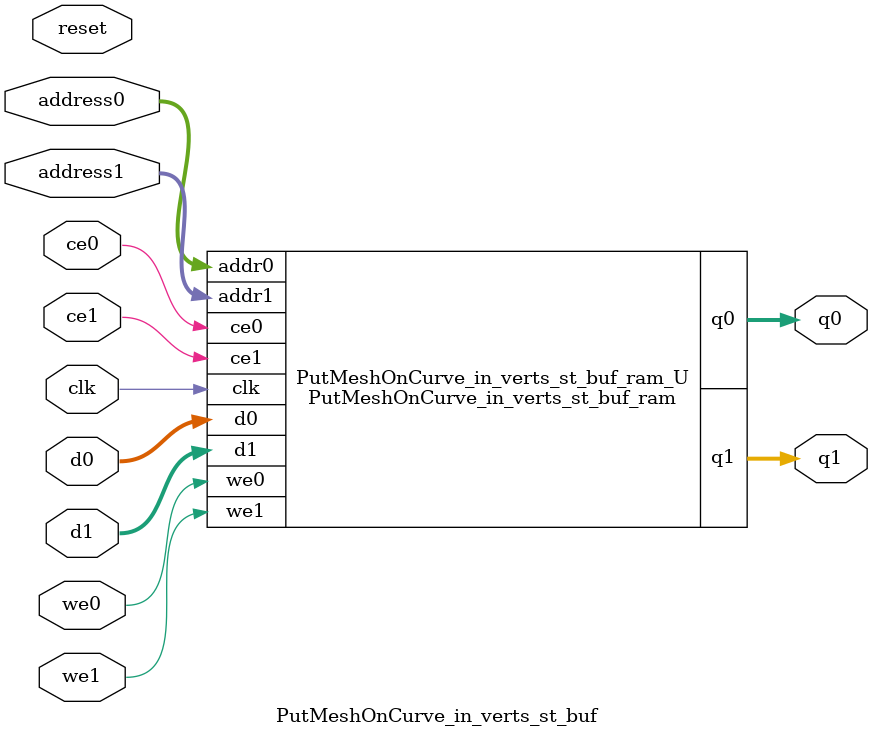
<source format=v>
`timescale 1 ns / 1 ps
module PutMeshOnCurve_in_verts_st_buf_ram (addr0, ce0, d0, we0, q0, addr1, ce1, d1, we1, q1,  clk);

parameter DWIDTH = 64;
parameter AWIDTH = 20;
parameter MEM_SIZE = 1000000;

input[AWIDTH-1:0] addr0;
input ce0;
input[DWIDTH-1:0] d0;
input we0;
output wire[DWIDTH-1:0] q0;
input[AWIDTH-1:0] addr1;
input ce1;
input[DWIDTH-1:0] d1;
input we1;
output wire[DWIDTH-1:0] q1;
input clk;

(* ram_style = "block" *)reg [DWIDTH-1:0] ram[0:MEM_SIZE-1];
wire [AWIDTH-1:0] addr0_t0; 
reg [AWIDTH-1:0] addr0_t1; 
wire [DWIDTH-1:0] d0_t0; 
wire we0_t0; 
reg [DWIDTH-1:0] d0_t1; 
reg we0_t1; 
reg [DWIDTH-1:0] q0_t0;
reg [DWIDTH-1:0] q0_t1;
wire [AWIDTH-1:0] addr1_t0; 
reg [AWIDTH-1:0] addr1_t1; 
wire [DWIDTH-1:0] d1_t0; 
wire we1_t0; 
reg [DWIDTH-1:0] d1_t1; 
reg we1_t1; 
reg [DWIDTH-1:0] q1_t0;
reg [DWIDTH-1:0] q1_t1;


assign addr0_t0 = addr0;
assign d0_t0 = d0;
assign we0_t0 = we0;
assign q0 = q0_t1;
assign addr1_t0 = addr1;
assign d1_t0 = d1;
assign we1_t0 = we1;
assign q1 = q1_t1;

always @(posedge clk)  
begin
    if (ce0) 
    begin
        addr0_t1 <= addr0_t0; 
        d0_t1 <= d0_t0;
        we0_t1 <= we0_t0;
        q0_t1 <= q0_t0;
    end
    if (ce1) 
    begin
        addr1_t1 <= addr1_t0; 
        d1_t1 <= d1_t0;
        we1_t1 <= we1_t0;
        q1_t1 <= q1_t0;
    end
end


always @(posedge clk)  
begin 
    if (ce0) 
    begin
        if (we0_t1) 
        begin 
            ram[addr0_t1] <= d0_t1; 
        end 
        q0_t0 <= ram[addr0_t1];
    end
end


always @(posedge clk)  
begin 
    if (ce1) 
    begin
        if (we1_t1) 
        begin 
            ram[addr1_t1] <= d1_t1; 
        end 
        q1_t0 <= ram[addr1_t1];
    end
end


endmodule

`timescale 1 ns / 1 ps
module PutMeshOnCurve_in_verts_st_buf(
    reset,
    clk,
    address0,
    ce0,
    we0,
    d0,
    q0,
    address1,
    ce1,
    we1,
    d1,
    q1);

parameter DataWidth = 32'd64;
parameter AddressRange = 32'd1000000;
parameter AddressWidth = 32'd20;
input reset;
input clk;
input[AddressWidth - 1:0] address0;
input ce0;
input we0;
input[DataWidth - 1:0] d0;
output[DataWidth - 1:0] q0;
input[AddressWidth - 1:0] address1;
input ce1;
input we1;
input[DataWidth - 1:0] d1;
output[DataWidth - 1:0] q1;



PutMeshOnCurve_in_verts_st_buf_ram PutMeshOnCurve_in_verts_st_buf_ram_U(
    .clk( clk ),
    .addr0( address0 ),
    .ce0( ce0 ),
    .we0( we0 ),
    .d0( d0 ),
    .q0( q0 ),
    .addr1( address1 ),
    .ce1( ce1 ),
    .we1( we1 ),
    .d1( d1 ),
    .q1( q1 ));

endmodule


</source>
